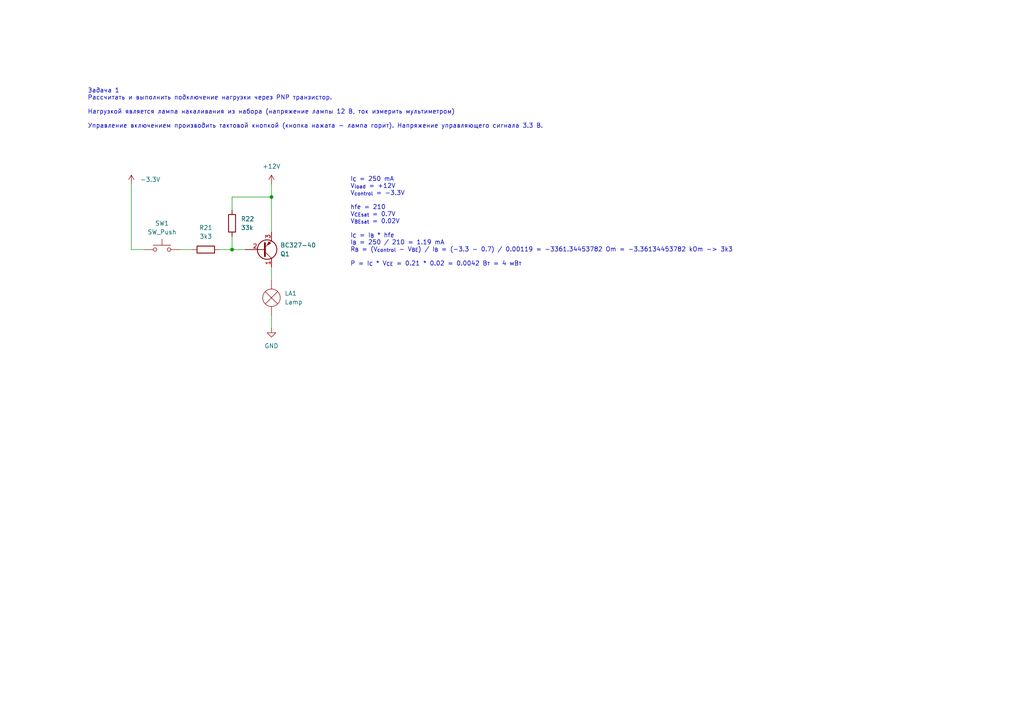
<source format=kicad_sch>
(kicad_sch (version 20231120) (generator "eeschema") (generator_version "8.0")
  (paper "A4")
  (lib_symbols
    (symbol "Device:Lamp" (pin_numbers hide) (pin_names (offset 0.0254) hide)
      (property "Reference" "LA" (at 0.635 3.81 0))
      (property "Value" "Lamp" (at 0.635 -3.81 0))
      (symbol "Lamp_0_1"
        (polyline (pts (xy -1.778 1.778) (xy 1.778 -1.778)))
        (polyline (pts (xy 1.778 1.778) (xy -1.778 -1.778)))
        (circle (center 0 0) (radius 2.54))
      )
      (symbol "Lamp_1_1"
        (pin passive line (at 0 -5.08 90) (length 2.54) (name "-") (number "1"))
        (pin passive line (at 0 5.08 270) (length 2.54) (name "+") (number "2"))
      )
    )
    (symbol "Device:R" (pin_numbers hide) (pin_names (offset 0))
      (property "Reference" "R" (at 2.032 0 90))
      (property "Value" "R" (at 0 0 90))
      (symbol "R_0_1"
        (rectangle (start -1.016 -2.54) (end 1.016 2.54) (stroke (width 0.254)))
      )
      (symbol "R_1_1"
        (pin passive line (at 0 3.81 270) (length 1.27) (name "~") (number "1"))
        (pin passive line (at 0 -3.81 90) (length 1.27) (name "~") (number "2"))
      )
    )
    (symbol "Switch:SW_Push" (pin_numbers hide) (pin_names (offset 1.016) hide)
      (property "Reference" "SW" (at 1.27 2.54 0))
      (property "Value" "SW_Push" (at 0 -1.524 0))
      (symbol "SW_Push_0_1"
        (circle (center -2.032 0) (radius 0.508))
        (polyline (pts (xy 0 1.27) (xy 0 3.048)))
        (polyline (pts (xy 2.54 1.27) (xy -2.54 1.27)))
        (circle (center 2.032 0) (radius 0.508))
        (pin passive line (at -5.08 0 0) (length 2.54) (name "1") (number "1"))
        (pin passive line (at 5.08 0 180) (length 2.54) (name "2") (number "2"))
      )
    )
    (symbol "Transistor_BJT:BC328" (pin_names (offset 0) hide)
      (property "Reference" "Q" (at 5.08 1.905 0))
      (property "Value" "BC328" (at 5.08 0 0))
      (symbol "BC328_0_1"
        (polyline (pts (xy 0.635 0.635) (xy 2.54 2.54)))
        (polyline (pts (xy 0.635 -0.635) (xy 2.54 -2.54) (xy 2.54 -2.54)))
        (polyline (pts (xy 0.635 1.905) (xy 0.635 -1.905) (xy 0.635 -1.905)) (stroke (width 0.508)))
        (polyline (pts (xy 2.286 -1.778) (xy 1.778 -2.286) (xy 1.27 -1.27) (xy 2.286 -1.778) (xy 2.286 -1.778)) (fill (type outline)))
        (circle (center 1.27 0) (radius 2.8194) (stroke (width 0.254)))
      )
      (symbol "BC328_1_1"
        (pin passive line (at 2.54 5.08 270) (length 2.54) (name "C") (number "1"))
        (pin input line (at -5.08 0 0) (length 5.715) (name "B") (number "2"))
        (pin passive line (at 2.54 -5.08 90) (length 2.54) (name "E") (number "3"))
      )
    )
    (symbol "power:+3.3V" (power) (pin_numbers hide) (pin_names (offset 0) hide)
      (property "Value" "+3.3V" (at 0 3.556 0))
      (symbol "+3.3V_0_1"
        (polyline (pts (xy -0.762 1.27) (xy 0 2.54)))
        (polyline (pts (xy 0 0) (xy 0 2.54)))
        (polyline (pts (xy 0 2.54) (xy 0.762 1.27)))
      )
      (symbol "+3.3V_1_1"
        (pin power_in line (at 0 0 90) (length 0) (name "~") (number "1"))
      )
    )
    (symbol "power:GND" (power) (pin_numbers hide) (pin_names (offset 0) hide)
      (property "Value" "GND" (at 0 -3.81 0))
      (symbol "GND_0_1"
        (polyline (pts (xy 0 0) (xy 0 -1.27) (xy 1.27 -1.27) (xy 0 -2.54) (xy -1.27 -1.27) (xy 0 -1.27)))
      )
      (symbol "GND_1_1"
        (pin power_in line (at 0 0 270) (length 0) (name "~") (number "1"))
      )
    )
  )
  (junction (at 67.31 72.39))
  (junction (at 78.74 57.15))
  (wire (pts (xy 67.31 72.39) (xy 71.12 72.39)))
  (wire (pts (xy 78.74 57.15) (xy 78.74 67.31)))
  (wire (pts (xy 63.5 72.39) (xy 67.31 72.39)))
  (wire (pts (xy 67.31 60.96) (xy 67.31 57.15)))
  (wire (pts (xy 52.07 72.39) (xy 55.88 72.39)))
  (wire (pts (xy 38.1 72.39) (xy 41.91 72.39)))
  (wire (pts (xy 78.74 81.28) (xy 78.74 77.47)))
  (wire (pts (xy 78.74 53.34) (xy 78.74 57.15)))
  (wire (pts (xy 78.74 91.44) (xy 78.74 95.25)))
  (wire (pts (xy 38.1 72.39) (xy 38.1 53.34)))
  (wire (pts (xy 67.31 57.15) (xy 78.74 57.15)))
  (wire (pts (xy 67.31 68.58) (xy 67.31 72.39)))
  (text "Задача 1\nРассчитать и выполнить подключение нагрузки через PNP транзистор.\n\nНагрузкой является лампа накаливания из набора (напряжение лампы 12 В, ток измерить мультиметром)\n\nУправление включением производить тактовой кнопкой (кнопка нажата - лампа горит). Напряжение управляющего сигнала 3.3 В.\n" (at 25.4 25.654 0) (effects (font (size 1.27 1.27)) (justify left top)))
  (text "I_{C} = 250 mA\nV_{load} = +12V\nV_{control} = -3.3V\n\nhfe = 210\nV_{CE_{sat}} = 0.7V\nV_{BE_{sat}} = 0.02V\n\nI_{C} = I_{B} * hfe\nI_{B} = 250 / 210 = 1.19 mA\nR_{B} = (V_{control} - V_{BE}) / I_{B} = (-3.3 - 0.7) / 0.00119 = -3361.34453782 Om = -3.36134453782 kOm -> 3k3\n\nP = I_{C} * V_{CE} = 0.21 * 0.02 = 0.0042 Вт = 4 мВт\n\n" (at 101.6 51.308 0) (effects (font (size 1.27 1.27)) (justify left top)))
  (symbol (lib_id "Switch:SW_Push") (at 46.99 72.39 0) (unit 1)
    (property "Reference" "SW1" (at 46.99 64.77 0))
    (property "Value" "SW_Push" (at 46.99 67.31 0))
    (property "Description" "Push button switch, generic, two pins" (effects (hide yes)))
  )
  (symbol (lib_id "Device:R") (at 67.31 64.77 180) (unit 1)
    (property "Reference" "R22" (at 69.85 63.4999 0) (effects (justify right)))
    (property "Value" "33k" (at 69.85 66.0399 0) (effects (justify right)))
    (property "Description" "Resistor" (effects (hide yes)))
  )
  (symbol (lib_id "power:+3.3V") (at 78.74 53.34 0) (unit 1)
    (property "Reference" "#PWR0113" (effects (hide yes)))
    (property "Value" "+12V" (at 78.74 48.26 0))
    (property "Description" "Power symbol creates a global label with name \"+3.3V\"" (effects (hide yes)))
  )
  (symbol (lib_id "power:GND") (at 78.74 95.25 0) (unit 1)
    (property "Reference" "#PWR0115" (effects (hide yes)))
    (property "Value" "GND" (at 78.74 100.33 0))
    (property "Description" "Power symbol creates a global label with name \"GND\" , ground" (effects (hide yes)))
  )
  (symbol (lib_id "Device:R") (at 59.69 72.39 90) (unit 1)
    (property "Reference" "R21" (at 59.69 66.04 90))
    (property "Value" "3k3" (at 59.69 68.58 90))
    (property "Description" "Resistor" (effects (hide yes)))
  )
  (symbol (lib_id "power:+3.3V") (at 38.1 53.34 0) (unit 1)
    (property "Reference" "#PWR0114" (effects (hide yes)))
    (property "Value" "-3.3V" (at 40.64 52.0699 0) (effects (justify left)))
    (property "Description" "Power symbol creates a global label with name \"+3.3V\"" (effects (hide yes)))
  )
  (symbol (lib_id "Transistor_BJT:BC328") (at 76.2 72.39 0) (mirror x) (unit 1)
    (property "Reference" "Q1" (at 81.28 73.6601 0) (effects (justify left)))
    (property "Value" "BC327-40" (at 81.28 71.1201 0) (effects (justify left)))
    (property "Footprint" "Package_TO_SOT_THT:TO-92_Inline" (effects (hide yes)))
    (property "Datasheet" "http://www.redrok.com/PNP_BC327_-45V_-800mA_0.625W_Hfe100_TO-92.pdf" (effects (hide yes)))
    (property "Description" "0.8A Ic, 25V Vce, PNP Transistor, TO-92" (effects (hide yes)))
  )
  (symbol (lib_id "Device:Lamp") (at 78.74 86.36 0) (unit 1)
    (property "Reference" "LA1" (at 82.55 85.0899 0) (effects (justify left)))
    (property "Value" "Lamp" (at 82.55 87.6299 0) (effects (justify left)))
    (property "Description" "Lamp" (effects (hide yes)))
  )
)
</source>
